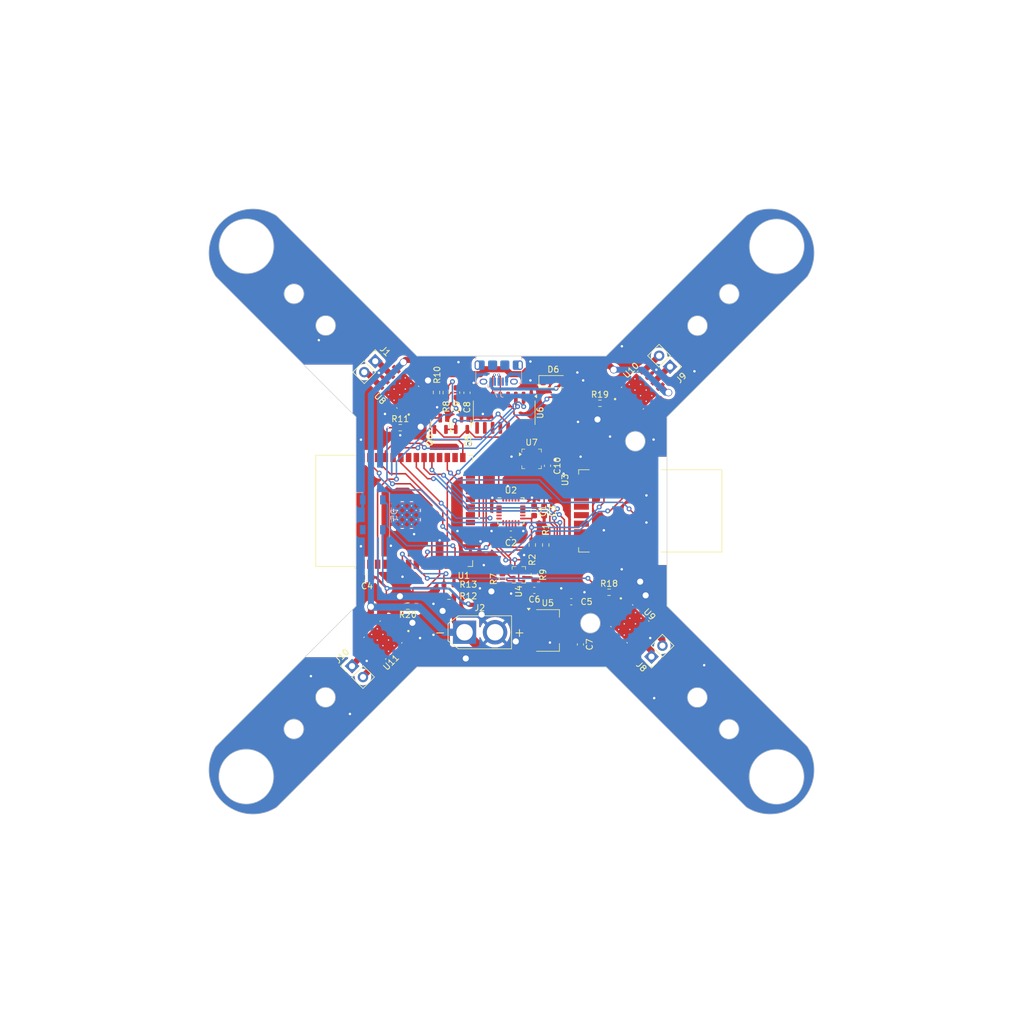
<source format=kicad_pcb>
(kicad_pcb (version 20240108) (generator "pcbnew") (generator_version "8.0")
  (layers (0 "F.Cu" signal) (31 "B.Cu" signal) (34 "B.Paste" user) (35 "F.Paste" user) (36 "B.SilkS" user "B.Silkscreen") (37 "F.SilkS" user "F.Silkscreen") (38 "B.Mask" user) (39 "F.Mask" user) (44 "Edge.Cuts" user))
  (net 0 "")
  (net 1 "Net-(U2-REGOUT)")
  (net 2 "Net-(U2-CPOUT)")
  (net 3 "Net-(D5-DIN)")
  (net 5 "ESP32_EN")
  (net 6 "Net-(U4-CSB)")
  (net 8 "Net-(U4-SDO)")
  (net 15 "ESP_RX")
  (net 18 "ESP_TX")
  (net 26 "GND")
  (net 27 "MISO")
  (net 28 "SCK")
  (net 30 "VCC")
  (net 31 "MOSI")
  (net 32 "MPU_IRQ")
  (net 33 "DW_RST")
  (net 34 "SS")
  (net 35 "SDA")
  (net 36 "SCL")
  (net 37 "DW_IRQ")
  (net 40 "MOTOR_4")
  (net 41 "MOTOR_1")
  (net 42 "MOTOR_2")
  (net 43 "MOTOR_3")
  (net 59 "WS_IN")
  (net 62 "BAT+")
  (net 66 "BAT_LEVEL")
  (net 68 "D-")
  (net 69 "D+")
  (net 70 "Net-(Q5-S)")
  (net 71 "Net-(Q5-G)")
  (net 72 "ESP32_IO0")
  (net 75 "unconnected-(U6-~{RI}-Pad11)")
  (net 80 "Net-(D6-A)")
  (net 81 "Net-(U7-CAP)")
  (net 91 "Net-(J1-Pin_1)")
  (net 92 "Net-(J1-Pin_2)")
  (net 93 "Net-(J8-Pin_1)")
  (net 94 "Net-(J8-Pin_2)")
  (net 95 "Net-(J9-Pin_2)")
  (net 96 "Net-(J9-Pin_1)")
  (net 97 "Net-(J10-Pin_2)")
  (net 98 "Net-(J10-Pin_1)")
  (net 99 "Net-(U8-IN1)")
  (net 100 "Net-(U9-IN1)")
  (net 101 "Net-(U10-IN1)")
  (net 102 "Net-(U11-IN1)")
  (footprint "Resistor_SMD:R_0603_1608Metric" (layer "F.Cu") (at 106.115 105.988 -90)
    (property "Reference" "R1")
    (property "Value" "R_Small" (hide yes))
  )
  (footprint "Resistor_SMD:R_0603_1608Metric" (layer "F.Cu") (at 88.2 80.975 90)
    (property "Reference" "R10")
    (property "Value" "10K" (hide yes))
  )
  (footprint "Connector_PinHeader_2.54mm:PinHeader_1x02_P2.54mm_Vertical" (layer "F.Cu") (at 74.348439 125.848439 45)
    (property "Reference" "J10")
    (property "Value" "Conn_01x02")
  )
  (footprint "Resistor_SMD:R_0603_1608Metric" (layer "F.Cu") (at 116.5 113.75)
    (property "Reference" "R18")
    (property "Value" "R_Small")
  )
  (footprint "Package_TO_SOT_SMD:SOT-223-3_TabPin2" (layer "F.Cu") (at 106.45 120)
    (property "Reference" "U5")
    (property "Value" "LM1117MP-3.3")
  )
  (footprint "Capacitor_SMD:C_0603_1608Metric" (layer "F.Cu") (at 76.8 111.3 180)
    (property "Reference" "C4")
    (property "Value" "C")
  )
  (footprint "RF_Module:DWM1000" (layer "F.Cu") (at 123.26 100.4 -90)
    (property "Reference" "U3")
    (property "Value" "DWM1000" (hide yes))
  )
  (footprint "Capacitor_SMD:C_0603_1608Metric" (layer "F.Cu") (at 93.2 81.025 90)
    (property "Reference" "C8")
    (property "Value" "C")
  )
  (footprint "DRV8231:IC_DRV8231DDAR" (layer "F.Cu") (at 121.661522 80.580761 45)
    (property "Reference" "U10")
    (property "Value" "DRV8231DDAR")
  )
  (footprint "Resistor_SMD:R_0603_1608Metric" (layer "F.Cu") (at 104.24 110.885 -90)
    (property "Reference" "R9")
    (property "Value" "10K" (hide yes))
  )
  (footprint "Sensor_Motion:InvenSense_QFN-24_4x4mm_P0.5mm" (layer "F.Cu") (at 100.4 100.4)
    (property "Reference" "U2")
    (property "Value" "MPU-6050" (hide yes))
  )
  (footprint "Capacitor_SMD:C_0603_1608Metric" (layer "F.Cu") (at 91.5 81 90)
    (property "Reference" "C9")
    (property "Value" "C")
  )
  (footprint "Connector_PinHeader_2.54mm:PinHeader_1x02_P2.54mm_Vertical" (layer "F.Cu") (at 78.151562 75.848439 -45)
    (property "Reference" "J1")
    (property "Value" "Conn_01x02")
  )
  (footprint "Resistor_SMD:R_0603_1608Metric" (layer "F.Cu") (at 103.91 105.988 -90)
    (property "Reference" "R2")
    (property "Value" "R_Small" (hide yes))
  )
  (footprint "DRV8231:IC_DRV8231DDAR" (layer "F.Cu") (at 79.411522 121.580761 -135)
    (property "Reference" "U11")
    (property "Value" "DRV8231DDAR")
  )
  (footprint "Capacitor_SMD:C_0603_1608Metric" (layer "F.Cu") (at 104.21 100.4 -90)
    (property "Reference" "C1")
    (property "Value" "C")
  )
  (footprint "Resistor_SMD:R_0603_1608Metric" (layer "F.Cu") (at 82.25 86.75)
    (property "Reference" "R11")
    (property "Value" "R_Small")
  )
  (footprint "Connector_PinHeader_2.54mm:PinHeader_1x02_P2.54mm_Vertical" (layer "F.Cu") (at 126.5 76.75 -135)
    (property "Reference" "J9")
    (property "Value" "Conn_01x02")
  )
  (footprint "Package_LGA:Bosch_LGA-8_2x2.5mm_P0.65mm_ClockwisePinNumbering" (layer "F.Cu") (at 101.7 110.885 90)
    (property "Reference" "U4")
    (property "Value" "BMP280" (hide yes))
  )
  (footprint "Capacitor_SMD:C_0603_1608Metric" (layer "F.Cu") (at 100.4 104.21 180)
    (property "Reference" "C2")
    (property "Value" "C")
  )
  (footprint "Package_SO:SOIC-16_3.9x9.9mm_P1.27mm" (layer "F.Cu") (at 99.3 84.3 -90)
    (property "Reference" "U6")
    (property "Value" "CH340C")
  )
  (footprint "RF_Module:ESP32-WROOM-32" (layer "F.Cu") (at 84.252071 100.4 90)
    (property "Reference" "U1")
    (property "Value" "ESP32-WROOM-32" (hide yes))
  )
  (footprint "Resistor_SMD:R_0603_1608Metric" (layer "F.Cu") (at 89.8 81 90)
    (property "Reference" "R8")
    (property "Value" "10K" (hide yes))
  )
  (footprint "Capacitor_SMD:C_0603_1608Metric" (layer "F.Cu") (at 106.4 93 -90)
    (property "Reference" "C10")
    (property "Value" "C")
  )
  (footprint "Resistor_SMD:R_0603_1608Metric" (layer "F.Cu") (at 90.24 114.37 180)
    (property "Reference" "R12")
    (property "Value" "100K" (hide yes))
  )
  (footprint "Connector_AMASS:AMASS_XT30U-F_1x02_P5.0mm_Vertical" (layer "F.Cu") (at 92.8 120.3)
    (property "Reference" "J2")
    (property "Value" "Conn_01x02")
  )
  (footprint "Resistor_SMD:R_0603_1608Metric" (layer "F.Cu") (at 90.24 112.465)
    (property "Reference" "R13")
    (property "Value" "100K" (hide yes))
  )
  (footprint "Resistor_SMD:R_0603_1608Metric" (layer "F.Cu") (at 115 82.75)
    (property "Reference" "R19")
    (property "Value" "R_Small")
  )
  (footprint "Resistor_SMD:R_0603_1608Metric" (layer "F.Cu") (at 99.003 111.576 90)
    (property "Reference" "R7")
    (property "Value" "10K" (hide yes))
  )
  (footprint "Resistor_SMD:R_0603_1608Metric" (layer "F.Cu") (at 83.5 116 180)
    (property "Reference" "R20")
    (property "Value" "R_Small")
  )
  (footprint "Capacitor_SMD:C_0603_1608Metric" (layer "F.Cu") (at 105.848911 100.411935 -90)
    (property "Reference" "C3")
    (property "Value" "C")
  )
  (footprint "Connector_PinHeader_2.54mm:PinHeader_1x02_P2.54mm_Vertical" (layer "F.Cu") (at 123.453949 124.296051 135)
    (property "Reference" "J8")
    (property "Value" "Conn_01x02")
  )
  (footprint "Package_TO_SOT_SMD:SOT-23" (layer "F.Cu") (at 92.3 86.1 90)
    (property "Reference" "Q5")
    (property "Value" "BSS138")
  )
  (footprint "Capacitor_SMD:C_0603_1608Metric" (layer "F.Cu") (at 111.8 122.3 90)
    (property "Reference" "C7")
    (property "Value" "C")
  )
  (footprint "Capacitor_SMD:C_0603_1608Metric" (layer "F.Cu") (at 104.24 113.425)
    (property "Reference" "C6")
    (property "Value" "C" (hide yes))
  )
  (footprint "DRV8231:IC_DRV8231DDAR" (layer "F.Cu") (at 119.911522 118.919239 -45)
    (property "Reference" "U9")
    (property "Value" "DRV8231DDAR")
  )
  (footprint "Package_TO_SOT_SMD:SOT-23" (layer "F.Cu") (at 88.8 86.1 90)
    (property "Reference" "Q6")
    (property "Value" "BSS138")
  )
  (footprint "Capacitor_SMD:C_0603_1608Metric" (layer "F.Cu") (at 110.3 115.3)
    (property "Reference" "C5")
    (property "Value" "C")
  )
  (footprint "Diode_SMD:D_SOD-123" (layer "F.Cu") (at 107.35 79.2)
    (property "Reference" "D6")
    (property "Value" "1N4148W")
  )
  (footprint "Package_LGA:LGA-16_3x3mm_P0.5mm" (layer "F.Cu") (at 103.791 91.87)
    (property "Reference" "U7")
    (property "Value" "MMC5883MA")
  )
  (footprint "DRV8231:IC_DRV8231DDAR" (layer "F.Cu") (at 82.161522 80.419239 135)
    (property "Reference" "U8")
    (property "Value" "DRV8231DDAR")
  )
  (footprint "LED_SMD:LED_WS2812B_PLCC4_5.0x5.0mm_P3.2mm" (layer "B.Cu") (at 77.734338 101.035248 90)
    (property "Reference" "D5")
    (property "Value" "WS2812B" (hide yes))
  )
  (footprint "Connector_USB:USB_Micro-B_Amphenol_10118194_Horizontal" (layer "B.Cu") (at 98.4 77.8)
    (property "Reference" "J7")
    (property "Value" "USB_B_Micro")
  )
  (gr_circle (center 113.43 118.815) (end 115.03 118.815) (stroke (width 0.1)) (fill none) (layer "Edge.Cuts"))
  (gr_circle (center 144 57.027865) (end 148 59.027865) (stroke (width 0.1)) (fill none) (layer "Edge.Cuts"))
  (gr_circle (center 130.972135 131) (end 130.972135 132.6) (stroke (width 0.1)) (fill none) (layer "Edge.Cuts"))
  (gr_circle (center 120.8 88.97) (end 122.4 88.97) (stroke (width 0.1)) (fill none) (layer "Edge.Cuts"))
  (gr_arc (start 52 62) (mid 52.97966 52.97966) (end 62 52) (stroke (width 0.1)) (layer "Edge.Cuts"))
  (gr_line (start 116 75) (end 85 75) (stroke (width 0.1)) (layer "Edge.Cuts"))
  (gr_circle (center 70.027865 70) (end 70.027865 68.4) (stroke (width 0.1)) (fill none) (layer "Edge.Cuts"))
  (gr_circle (center 143.972135 144) (end 141.972135 148) (stroke (width 0.1)) (fill none) (layer "Edge.Cuts"))
  (gr_circle (center 136.172135 136.2) (end 136.172135 137.8) (stroke (width 0.1)) (fill none) (layer "Edge.Cuts"))
  (gr_arc (start 139 52) (mid 148.02034 52.97966) (end 149 62) (stroke (width 0.1)) (layer "Edge.Cuts"))
  (gr_line (start 126 85) (end 149 62) (stroke (width 0.1)) (layer "Edge.Cuts"))
  (gr_line (start 126 116) (end 149 139) (stroke (width 0.1)) (layer "Edge.Cuts"))
  (gr_line (start 75 85) (end 75 116) (stroke (width 0.1)) (layer "Edge.Cuts"))
  (gr_circle (center 136.2 64.827865) (end 137.8 64.827865) (stroke (width 0.1)) (fill none) (layer "Edge.Cuts"))
  (gr_line (start 116 75) (end 139 52) (stroke (width 0.1)) (layer "Edge.Cuts"))
  (gr_circle (center 57 143.972135) (end 53 141.972135) (stroke (width 0.1)) (fill none) (layer "Edge.Cuts"))
  (gr_line (start 75 116) (end 52 139) (stroke (width 0.1)) (layer "Edge.Cuts"))
  (gr_circle (center 64.827865 64.8) (end 64.827865 63.2) (stroke (width 0.1)) (fill none) (layer "Edge.Cuts"))
  (gr_arc (start 149 139) (mid 148.02034 148.02034) (end 139 149) (stroke (width 0.1)) (layer "Edge.Cuts"))
  (gr_arc (start 62 149) (mid 52.97966 148.02034) (end 52 139) (stroke (width 0.1)) (layer "Edge.Cuts"))
  (gr_line (start 85 126) (end 116 126) (stroke (width 0.1)) (layer "Edge.Cuts"))
  (gr_line (start 126 116) (end 126 85) (stroke (width 0.1)) (layer "Edge.Cuts"))
  (gr_line (start 85 126) (end 62 149) (stroke (width 0.1)) (layer "Edge.Cuts"))
  (gr_circle (center 64.8 136.172135) (end 63.2 136.172135) (stroke (width 0.1)) (fill none) (layer "Edge.Cuts"))
  (gr_line (start 85 75) (end 62 52) (stroke (width 0.1)) (layer "Edge.Cuts"))
  (gr_line (start 116 126) (end 139 149) (stroke (width 0.1)) (layer "Edge.Cuts"))
  (gr_line (start 75 85) (end 52 62) (stroke (width 0.1)) (layer "Edge.Cuts"))
  (gr_circle (center 57.027865 57) (end 59.027865 53) (stroke (width 0.1)) (fill none) (layer "Edge.Cuts"))
  (gr_circle (center 70 130.972135) (end 68.4 130.972135) (stroke (width 0.1)) (fill none) (layer "Edge.Cuts"))
  (gr_circle (center 131 70.027865) (end 132.6 70.027865) (stroke (width 0.1)) (fill none) (layer "Edge.Cuts"))
  (segment (start 100.65 103.2662) (end 100.65 102.35) (width 0.25) (layer "F.Cu") (net 1))
  (segment (start 101.175 104.21) (end 101.175 103.7912) (width 0.25) (layer "F.Cu") (net 1))
  (segment (start 101.175 103.7912) (end 100.65 103.2662) (width 0.25) (layer "F.Cu") (net 1))
  (segment (start 104.8196 97.225) (end 101.8478 97.225) (width 0.25) (layer "F.Cu") (net 2))
  (segment (start 105.848911 98.254311) (end 104.8196 97.225) (width 0.25) (layer "F.Cu") (net 2))
  (segment (start 101.8478 97.261515) (end 101.15 97.959315) (width 0.25) (layer "F.Cu") (net 2))
  (segment (start 101.15 97.959315) (end 101.15 98.45) (width 0.25) (layer "F.Cu") (net 2))
  (segment (start 105.848911 99.636935) (end 105.848911 98.254311) (width 0.25) (layer "F.Cu") (net 2))
  (segment (start 101.8478 97.225) (end 101.8478 97.261515) (width 0.25) (layer "F.Cu") (net 2))
  (segment (start 91.242071 106.482071) (end 91.242071 109.15) (width 0.25) (layer "F.Cu") (net 3))
  (segment (start 90.875 106.115) (end 91.242071 106.482071) (width 0.25) (layer "F.Cu") (net 3))
  (via (at 90.875 106.115) (size 0.8) (drill 0.4) (layers "F.Cu" "B.Cu") (net 3))
  (segment (start 80.159338 102.94) (end 83.334338 106.115) (width 0.25) (layer "B.Cu") (net 3))
  (segment (start 83.334338 106.115) (end 90.875 106.115) (width 0.25) (layer "B.Cu") (net 3))
  (segment (start 80.159338 99.360248) (end 80.159338 102.94) (width 0.25) (layer "B.Cu") (net 3))
  (segment (start 79.384338 98.585248) (end 80.159338 99.360248) (width 0.25) (layer "B.Cu") (net 3))
  (segment (start 89.8 80.175) (end 89.844954 80.175) (width 0.25) (layer "F.Cu") (net 5))
  (segment (start 80.203168 95.196832) (end 78.542071 96.857929) (width 0.25) (layer "F.Cu") (net 5))
  (segment (start 92.3 85.1625) (end 92.3 84.5) (width 0.25) (layer "F.Cu") (net 5))
  (segment (start 78.542071 96.857929) (end 78.542071 109.15) (width 0.25) (layer "F.Cu") (net 5))
  (segment (start 81.629566 95.196832) (end 80.203168 95.196832) (width 0.25) (layer "F.Cu") (net 5))
  (segment (start 89.844954 80.175) (end 90.813814 79.20614) (width 0.25) (layer "F.Cu") (net 5))
  (segment (start 91.4 81.875) (end 91.5 81.775) (width 0.25) (layer "F.Cu") (net 5))
  (segment (start 91.4 83.6) (end 91.4 81.875) (width 0.25) (layer "F.Cu") (net 5))
  (segment (start 92.3 84.5) (end 91.4 83.6) (width 0.25) (layer "F.Cu") (net 5))
  (via (at 81.629566 95.196832) (size 0.8) (drill 0.4) (layers "F.Cu" "B.Cu") (net 5))
  (via (at 90.813814 79.20614) (size 0.8) (drill 0.4) (layers "F.Cu" "B.Cu") (net 5))
  (via (at 91.4 83.6) (size 0.8) (drill 0.4) (layers "F.Cu" "B.Cu") (net 5))
  (segment (start 89.3265 84.633) (end 90.367 84.633) (width 0.25) (layer "B.Cu") (net 5))
  (segment (start 81.629566 95.196832) (end 81.629566 92.329934) (width 0.25) (layer "B.Cu") (net 5))
  (segment (start 90.813814 83.013814) (end 91.4 83.6) (width 0.25) (layer "B.Cu") (net 5))
  (segment (start 90.367 84.633) (end 91.4 83.6) (width 0.25) (layer "B.Cu") (net 5))
  (segment (start 90.813814 79.20614) (end 90.813814 83.013814) (width 0.25) (layer "B.Cu") (net 5))
  (segment (start 81.629566 92.329934) (end 89.3265 84.633) (width 0.25) (layer "B.Cu") (net 5))
  (segment (start 99.851 110.751) (end 100.31 111.21) (width 0.25) (layer "F.Cu") (net 6))
  (segment (start 99.003 110.751) (end 99.851 110.751) (width 0.25) (layer "F.Cu") (net 6))
  (segment (start 100.9 111.21) (end 100.31 111.21) (width 0.25) (layer "F.Cu") (net 6))
  (segment (start 102.5 109.91) (end 104.09 109.91) (width 0.25) (layer "F.Cu") (net 8))
  (segment (start 104.09 109.91) (end 104.24 110.06) (width 0.25) (layer "F.Cu") (net 8))
  (segment (start 81.082071 90.65) (end 81.082071 91.65) (width 0.25) (layer "F.Cu") (net 15))
  (segment (start 81.682071 90.05) (end 81.082071 90.65) (width 0.25) (layer "F.Cu") (net 15))
  (segment (start 85.142403 90.05) (end 81.682071 90.05) (width 0.25) (layer "F.Cu") (net 15))
  (segment (start 102.475 83.279185) (end 102.475 81.825) (width 0.25) (layer "F.Cu") (net 15))
  (segment (start 102.498175 83.30236) (end 102.475 83.279185) (width 0.25) (layer "F.Cu") (net 15))
  (via (at 85.142403 90.05) (size 0.8) (drill 0.4) (layers "F.Cu" "B.Cu") (net 15))
  (via (at 102.498175 83.30236) (size 0.8) (drill 0.4) (layers "F.Cu" "B.Cu") (net 15))
  (segment (start 100.773244 82.990146) (end 100.773244 83.379055) (width 0.25) (layer "B.Cu") (net 15))
  (segment (start 100.773244 83.379055) (end 95.477299 88.675) (width 0.25) (layer "B.Cu") (net 15))
  (segment (start 85.142403 89.932292) (end 85.142403 90.05) (width 0.25) (layer "B.Cu") (net 15))
  (segment (start 102.223244 83.027429) (end 102.223244 82.990146) (width 0.25) (layer "B.Cu") (net 15))
  (segment (start 101.798549 82.565451) (end 101.197939 82.565451) (width 0.25) (layer "B.Cu") (net 15))
  (segment (start 102.498175 83.30236) (end 102.223244 83.027429) (width 0.25) (layer "B.Cu") (net 15))
  (segment (start 102.223244 82.990146) (end 101.798549 82.565451) (width 0.25) (layer "B.Cu") (net 15))
  (segment (start 95.477299 88.675) (end 87.200305 88.675) (width 0.25) (layer "B.Cu") (net 15))
  (segment (start 86.499695 88.575) (end 85.142403 89.932292) (width 0.25) (layer "B.Cu") (net 15))
  (segment (start 101.197939 82.565451) (end 100.773244 82.990146) (width 0.25) (layer "B.Cu") (net 15))
  (segment (start 87.200305 88.675) (end 87.100305 88.575) (width 0.25) (layer "B.Cu") (net 15))
  (segment (start 87.100305 88.575) (end 86.499695 88.575) (width 0.25) (layer "B.Cu") (net 15))
  (segment (start 101.205 81.825) (end 101.205 82.997207) (width 0.25) (layer "F.Cu") (net 18))
  (segment (start 85.525 89.325) (end 81.137071 89.325) (width 0.25) (layer "F.Cu") (net 18))
  (segment (start 79.812071 90.65) (end 79.812071 91.65) (width 0.25) (layer "F.Cu") (net 18))
  (segment (start 101.205 82.997207) (end 101.498244 83.290451) (width 0.25) (layer "F.Cu") (net 18))
  (segment (start 81.137071 89.325) (end 79.812071 90.65) (width 0.25) (layer "F.Cu") (net 18))
  (segment (start 86.2 90) (end 85.525 89.325) (width 0.25) (layer "F.Cu") (net 18))
  (via (at 86.2 90) (size 0.8) (drill 0.4) (layers "F.Cu" "B.Cu") (net 18))
  (via (at 101.498244 83.290451) (size 0.8) (drill 0.4) (layers "F.Cu" "B.Cu") (net 18))
  (segment (start 86.325 90.125) (end 94.663695 90.125) (width 0.25) (layer "B.Cu") (net 18))
  (segment (start 94.663695 90.125) (end 101.498244 83.290451) (width 0.25) (layer "B.Cu") (net 18))
  (segment (start 86.2 90) (end 86.325 90.125) (width 0.25) (layer "B.Cu") (net 18))
  (segment (start 105.066 92.62) (end 105.245 92.62) (width 0.25) (layer "F.Cu") (net 26))
  (segment (start 99.879462 111.86) (end 99.595462 111.576) (width 0.25) (layer "F.Cu") (net 26))
  (segment (start 102.5 111.21) (end 103.74 111.21) (width 0.25) (layer "F.Cu") (net 26))
  (segment (start 105.066 91.62) (end 105.745948 91.62) (width 0.25) (layer "F.Cu") (net 26))
  (segment (start 101.15 102.35) (end 101.15 102.928) (width 0.25) (layer "F.Cu") (net 26))
  (segment (start 105.245 92.62) (end 106.4 93.775) (width 0.25) (layer "F.Cu") (net 26))
  (segment (start 102.938454 99.15) (end 103.857884 98.23057) (width 0.25) (layer "F.Cu") (net 26))
  (segment (start 101.924 103.702) (end 102.432 103.702) (width 0.25) (layer "F.Cu") (net 26))
  (segment (start 111.9638 105.3) (end 110.507 105.3) (width 0.25) (layer "F.Cu") (net 26))
  (segment (start 101.15 102.928) (end 101.924 103.702) (width 0.25) (layer "F.Cu") (net 26))
  (segment (start 98.261 99.15) (end 97.352 98.241) (width 0.25) (layer "F.Cu") (net 26))
  (segment (start 99.625 104.21) (end 100.15 103.685) (width 0.25) (layer "F.Cu") (net 26))
  (segment (start 103.74 111.21) (end 104.24 111.71) (width 0.25) (layer "F.Cu") (net 26))
  (segment (start 105.771935 101.186935) (end 104.21 99.625) (width 0.25) (layer "F.Cu") (net 26))
  (segment (start 105.745948 91.62) (end 106.165948 91.2) (width 0.25) (layer "F.Cu") (net 26))
  (segment (start 110.507 105.3) (end 110.052 104.845) (width 0.25) (layer "F.Cu") (net 26))
  (segment (start 99.595462 111.576) (end 97.987 111.576) (width 0.25) (layer "F.Cu") (net 26))
  (segment (start 105.848911 101.186935) (end 105.771935 101.186935) (width 0.25) (layer "F.Cu") (net 26))
  (segment (start 100.9 111.86) (end 99.879462 111.86) (width 0.25) (layer "F.Cu") (net 26))
  (segment (start 98.45 99.15) (end 98.261 99.15) (width 0.25) (layer "F.Cu") (net 26))
  (segment (start 106.165948 91.2) (end 106.6 91.2) (width 0.25) (layer "F.Cu") (net 26))
  (segment (start 100.15 103.685) (end 100.15 102.35) (width 0.25) (layer "F.Cu") (net 26))
  (segment (start 102.35 99.15) (end 102.938454 99.15) (width 0.25) (layer "F.Cu") (net 26))
  (via (at 89.2 116.8) (size 1.2) (drill 1) (layers "F.Cu" "B.Cu") (net 26))
  (via (at 112.465 113.735) (size 0.8) (drill 0.4) (layers "F.Cu" "B.Cu") (net 26))
  (via (at 95.410879 105.399159) (size 0.8) (drill 0.4) (layers "F.Cu" "B.Cu") (net 26))
  (via (at 75.8 88.716) (size 0.8) (drill 0.4) (layers "F.Cu" "B.Cu") (net 26))
  (via (at 118.6 73.4) (size 0.8) (drill 0.4) (layers "F.Cu" "B.Cu") (net 26))
  (via (at 88.716 105.226) (size 0.8) (drill 0.4) (layers "F.Cu" "B.Cu") (net 26))
  (via (at 97.225 103.702) (size 0.8) (drill 0.4) (layers "F.Cu" "B.Cu") (net 26))
  (via (at 123.8 88.7) (size 0.8) (drill 0.4) (layers "F.Cu" "B.Cu") (net 26))
  (via (at 109.036 94.304) (size 0.8) (drill 0.4) (layers "F.Cu" "B.Cu") (net 26))
  (via (at 76.75 125) (size 0.8) (drill 0.4) (layers "F.Cu" "B.Cu") (net 26))
  (via (at 100.431644 113.958615) (size 0.8) (drill 0.4) (layers "F.Cu" "B.Cu") (net 26))
  (via (at 68.9 72.4) (size 0.8) (drill 0.4) (layers "F.Cu" "B.Cu") (net 26))
  (via (at 85.6 86.6) (size 1.2) (drill 1) (layers "F.Cu" "B.Cu") (net 26))
  (via (at 91.637 103.702) (size 0.8) (drill 0.4) (layers "F.Cu" "B.Cu") (net 26))
  (via (at 124.25 77.25) (size 0.8) (drill 0.4) (layers "F.Cu" "B.Cu") (net 26))
  (via (at 95.8 84.5) (size 0.8) (drill 0.4) (layers "F.Cu" "B.Cu") (net 26))
  (via (at 122.625 102.305) (size 0.8) (drill 0.4) (layers "F.Cu" "B.Cu") (net 26))
  (via (at 67.6 127.5) (size 0.8) (drill 0.4) (layers "F.Cu" "B.Cu") (net 26))
  (via (at 74 133.7) (size 0.8) (drill 0.4) (layers "F.Cu" "B.Cu") (net 26))
  (via (at 93.6 89.4) (size 0.8) (drill 0.4) (layers "F.Cu" "B.Cu") (net 26))
  (via (at 87.7 120.72) (size 0.8) (drill 0.4) (layers "F.Cu" "B.Cu") (net 26))
  (via (at 86.8 79) (size 1.2) (drill 1) (layers "F.Cu" "B.Cu") (net 26))
  (via (at 91.8 76) (size 0.8) (drill 0.4) (layers "F.Cu" "B.Cu") (net 26))
  (via (at 100.5 91.5) (size 0.8) (drill 0.4) (layers "F.Cu" "B.Cu") (net 26))
  (via (at 118.575 109.975) (size 0.8) (drill 0.4) (layers "F.Cu" "B.Cu") (net 26))
  (via (at 103.6 75.9) (size 0.8) (drill 0.4) (layers "F.Cu" "B.Cu") (net 26))
  (via (at 78.75 77.75) (size 0.8) (drill 0.4) (layers "F.Cu" "B.Cu") (net 26))
  (via (at 82.25 88) (size 0.8) (drill 0.4) (layers "F.Cu" "B.Cu") (net 26))
  (via (at 122.5 114.25) (size 1.2) (drill 1) (layers "F.Cu" "B.Cu") (net 26))
  (via (at 102.432 103.702) (size 0.8) (drill 0.4) (layers "F.Cu" "B.Cu") (net 26))
  (via (at 132.1 125.7) (size 0.8) (drill 0.4) (layers "F.Cu" "B.Cu") (net 26))
  (via (at 111.83 91.51) (size 0.8) (drill 0.4) (layers "F.Cu" "B.Cu") (net 26))
  (via (at 95.6 117.4) (size 1.2) (drill 1) (layers "F.Cu" "B.Cu") (net 26))
  (via (at 111.3 77.7) (size 0.8) (drill 0.4) (layers "F.Cu" "B.Cu") (net 26))
  (via (at 106.8 121.99) (size 0.8) (drill 0.4) (layers "F.Cu" "B.Cu") (net 26))
  (via (at 111.4 85.8) (size 0.8) (drill 0.4) (layers "F.Cu" "B.Cu") (net 26))
  (via (at 84.25 118.75) (size 1.2) (drill 1) (layers "F.Cu" "B.Cu") (net 26))
  (via (at 103.6 79) (size 0.8) (drill 0.4) (layers "F.Cu" "B.Cu") (net 26))
  (via (at 102.559 107.639) (size 0.8) (drill 0.4) (layers "F.Cu" "B.Cu") (net 26))
  (via (at 123.25 121.25) (size 0.8) (drill 0.4) (layers "F.Cu" "B.Cu") (net 26))
  (via (at 75.8 106.2) (size 0.8) (drill 0.4) (layers "F.Cu" "B.Cu") (net 26))
  (via (at 79.75 84.5) (size 0.8) (drill 0.4) (layers "F.Cu" "B.Cu") (net 26))
  (via (at 82.62 111.195) (size 0.8) (drill 0.4) (layers "F.Cu" "B.Cu") (net 26))
  (via (at 99.892 96.336) (size 0.8) (drill 0.4) (layers "F.Cu" "B.Cu") (net 26))
  (via (at 114.6 85.4) (size 1.2) (drill 1) (layers "F.Cu" "B.Cu") (net 26))
  (via (at 84.525 104.21) (size 0.8) (drill 0.4) (layers "F.Cu" "B.Cu") (net 26))
  (via (at 80.715 106.115) (size 0.8) (drill 0.4) (layers "F.Cu" "B.Cu") (net 26))
  (via (at 88.3 83.4) (size 0.8) (drill 0.4) (layers "F.Cu" "B.Cu") (net 26))
  (via (at 123.9 131.1) (size 0.8) (drill 0.4) (layers "F.Cu" "B.Cu") (net 26))
  (via (at 95.32 113.1) (size 0.8) (drill 0.4) (layers "F.Cu" "B.Cu") (net 26))
  (via (at 122.625 97.86) (size 0.8) (drill 0.4) (layers "F.Cu" "B.Cu") (net 26))
  (via (at 82.2 114.4) (size 1.2) (drill 1) (layers "F.Cu" "B.Cu") (net 26))
  (via (at 97.2 113.6) (size 1.2) (drill 1) (layers "F.Cu" "B.Cu") (net 26))
  (via (at 95.955 109.29) (size 0.8) (drill 0.4) (layers "F.Cu" "B.Cu") (net 26))
  (via (at 97.352 98.241) (size 0.8) (drill 0.4) (layers "F.Cu" "B.Cu") (net 26))
  (via (at 130.5 77.5) (size 0.8) (drill 0.4) (layers "F.Cu" "B.Cu") (net 26))
  (via (at 116.656 88.208) (size 0.8) (drill 0.4) (layers "F.Cu" "B.Cu") (net 26))
  (via (at 121.6 112) (size 1.2) (drill 1) (layers "F.Cu" "B.Cu") (net 26))
  (via (at 103.857884 98.23057) (size 0.8) (drill 0.4) (layers "F.Cu" "B.Cu") (net 26))
  (via (at 93 124.6) (size 1.2) (drill 1) (layers "F.Cu" "B.Cu") (net 26))
  (via (at 85.5 121.25) (size 0.8) (drill 0.4) (layers "F.Cu" "B.Cu") (net 26))
  (via (at 87.7 115.64) (size 0.8) (drill 0.4) (layers "F.Cu" "B.Cu") (net 26))
  (via (at 107.7 92) (size 0.8) (drill 0.4) (layers "F.Cu" "B.Cu") (net 26))
  (via (at 115.64 103.575) (size 0.8) (drill 0.4) (layers "F.Cu" "B.Cu") (net 26))
  (via (at 112.25 79) (size 0.8) (drill 0.4) (layers "F.Cu" "B.Cu") (net 26))
  (via (at 94.3 79.4) (size 0.8) (drill 0.4) (layers "F.Cu" "B.Cu") (net 26))
  (via (at 108.655 113.1) (size 0.8) (drill 0.4) (layers "F.Cu" "B.Cu") (net 26))
  (via (at 101.2 121.8) (size 1.2) (drill 1) (layers "F.Cu" "B.Cu") (net 26))
  (segment (start 99.7 78.525001) (end 100.225001 78) (width 0.5) (layer "B.Cu") (net 26))
  (segment (start 99.7 79.2) (end 99.7 78.525001) (width 0.5) (layer "B.Cu") (net 26))
  (segment (start 100.225001 78) (end 102.1 78) (width 0.5) (layer "B.Cu") (net 26))
  (segment (start 107.9885 102.880305) (end 107.51508 102.406885) (width 0.25) (layer "F.Cu") (net 27))
  (segment (start 112.081208 109.29) (end 107.9885 105.197292) (width 0.25) (layer "F.Cu") (net 27))
  (segment (start 107.51508 102.406885) (end 107.51508 101.5805) (width 0.25) (layer "F.Cu") (net 27))
  (segment (start 86.7365 95.1185) (end 84.892071 93.274071) (width 0.25) (layer "F.Cu") (net 27))
  (segment (start 87.7 95.1185) (end 86.7365 95.1185) (width 0.25) (layer "F.Cu") (net 27))
  (segment (start 117.0588 106.7) (end 117.0588 107.6172) (width 0.25) (layer "F.Cu") (net 27))
  (segment (start 84.892071 93.274071) (end 84.892071 91.65) (width 0.25) (layer "F.Cu") (net 27))
  (segment (start 107.9885 105.197292) (end 107.9885 102.880305) (width 0.25) (layer "F.Cu") (net 27))
  (segment (start 115.386 109.29) (end 112.081208 109.29) (width 0.25) (layer "F.Cu") (net 27))
  (segment (start 117.0588 107.6172) (end 115.386 109.29) (width 0.25) (layer "F.Cu") (net 27))
  (via (at 87.7 95.1185) (size 0.8) (drill 0.4) (layers "F.Cu" "B.Cu") (net 27))
  (via (at 107.51508 101.5805) (size 0.8) (drill 0.4) (layers "F.Cu" "B.Cu") (net 27))
  (segment (start 106.33458 100.4) (end 107.51508 101.5805) (width 0.25) (layer "B.Cu") (net 27))
  (segment (start 88.1335 95.1185) (end 93.415 100.4) (width 0.25) (layer "B.Cu") (net 27))
  (segment (start 87.7 95.1185) (end 88.1335 95.1185) (width 0.25) (layer "B.Cu") (net 27))
  (segment (start 93.415 100.4) (end 106.33458 100.4) (width 0.25) (layer "B.Cu") (net 27))
  (segment (start 108.013775 100.0565) (end 108.02 100.0565) (width 0.25) (layer "F.Cu") (net 28))
  (segment (start 107.5385 105.383688) (end 107.5385 103.066701) (width 0.25) (layer "F.Cu") (net 28))
  (segment (start 86.156876 93.405181) (end 86.156876 91.655195) (width 0.25) (layer "F.Cu") (net 28))
  (segment (start 86.156876 91.655195) (end 86.162071 91.65) (width 0.25) (layer "F.Cu") (net 28))
  (segment (start 116.8938 109.74) (end 111.894812 109.74) (width 0.25) (layer "F.Cu") (net 28))
  (segment (start 89.195598 94.394) (end 87.145695 94.394) (width 0.25) (layer "F.Cu") (net 28))
  (segment (start 118.4588 106.7) (end 118.4588 108.175) (width 0.25) (layer "F.Cu") (net 28))
  (segment (start 106.79008 102.318281) (end 106.79008 101.280195) (width 0.25) (layer "F.Cu") (net 28))
  (segment (start 111.894812 109.74) (end 107.5385 105.383688) (width 0.25) (layer "F.Cu") (net 28))
  (segment (start 106.79008 101.280195) (end 108.013775 100.0565) (width 0.25) (layer "F.Cu") (net 28))
  (segment (start 89.355299 94.553701) (end 89.195598 94.394) (width 0.25) (layer "F.Cu") (net 28))
  (segment (start 87.145695 94.394) (end 86.156876 93.405181) (width 0.25) (layer "F.Cu") (net 28))
  (segment (start 118.4588 108.175) (end 116.8938 109.74) (width 0.25) (layer "F.Cu") (net 28))
  (segment (start 107.5385 103.066701) (end 106.79008 102.318281) (width 0.25) (layer "F.Cu") (net 28))
  (via (at 89.355299 94.553701) (size 0.8) (drill 0.4) (layers "F.Cu" "B.Cu") (net 28))
  (via (at 108.02 100.0565) (size 0.8) (drill 0.4) (layers "F.Cu" "B.Cu") (net 28))
  (segment (start 93.931598 99.13) (end 107.0935 99.13) (width 0.25) (layer "B.Cu") (net 28))
  (segment (start 107.0935 99.13) (end 108.02 100.0565) (width 0.25) (layer "B.Cu") (net 28))
  (segment (start 89.355299 94.553701) (end 93.931598 99.13) (width 0.25) (layer "B.Cu") (net 28))
  (segment (start 78.28 111.3) (end 80.08 113.1) (width 0.4) (layer "F.Cu") (net 30))
  (segment (start 103.305 113.585) (end 103.465 113.425) (width 0.25) (layer "F.Cu") (net 30))
  (segment (start 102.35 101.65) (end 103.785 101.65) (width 0.25) (layer "F.Cu") (net 30))
  (segment (start 90.625 81) (end 89.8 81.825) (width 0.25) (layer "F.Cu") (net 30))
  (segment (start 115.6588 94.1) (end 115.6588 98.9842) (width 0.25) (layer "F.Cu") (net 30))
  (segment (start 104.18 91.62) (end 104.516 91.284) (width 0.25) (layer "F.Cu") (net 30))
  (segment (start 102.825908 85.475) (end 101.875 85.475) (width 0.25) (layer "F.Cu") (net 30))
  (segment (start 99.851 112.401) (end 100.169 112.719) (width 0.25) (layer "F.Cu") (net 30))
  (segment (start 103.3 120) (end 109.6 120) (width 0.7) (layer "F.Cu") (net 30))
  (segment (start 89 79.25) (end 89 81.8) (width 0.25) (layer "F.Cu") (net 30))
  (segment (start 98.3 115.8) (end 93.575 115.8) (width 0.7) (layer "F.Cu") (net 30))
  (segment (start 100.785604 106.363) (end 102.71 106.363) (width 0.25) (layer "F.Cu") (net 30))
  (segment (start 121.099372 84.789933) (end 114.3919 91.497405) (width 0.25) (layer "F.Cu") (net 30))
  (segment (start 102.71 106.363) (end 103.91 105.163) (width 0.25) (layer "F.Cu") (net 30))
  (segment (start 104.21 101.225) (end 103.785 101.65) (width 0.25) (layer "F.Cu") (net 30))
  (segment (start 77.380684 109.258613) (end 77.272071 109.15) (width 0.4) (layer "F.Cu") (net 30))
  (segment (start 106.115 105.163) (end 106.303208 105.163) (width 0.25) (layer "F.Cu") (net 30))
  (segment (start 103.785 101.65) (end 103.785 103.111) (width 0.25) (layer "F.Cu") (net 30))
  (segment (start 103.745 86.775) (end 103.745 86.394092) (width 0.25) (layer "F.Cu") (net 30))
  (segment (start 100.779604 106.369) (end 100.785604 106.363) (width 0.25) (layer "F.Cu") (net 30))
  (segment (start 93.575 115.8) (end 93.415 115.64) (width 0.7) (layer "F.Cu") (net 30))
  (segment (start 89.775 81.8) (end 89.8 81.825) (width 0.25) (layer "F.Cu") (net 30))
  (segment (start 100.9 84.5) (end 100.9 83.7) (width 0.25) (layer "F.Cu") (net 30))
  (segment (start 99.935 82.735) (end 99.935 81.825) (width 0.25) (layer "F.Cu") (net 30))
  (segment (start 104.21 101.175) (end 104.21 101.225) (width 0.25) (layer "F.Cu") (net 30))
  (segment (start 87.75 79.25) (end 89 79.25) (width 0.25) (layer "F.Cu") (net 30))
  (segment (start 100.5 83.3) (end 100.9 83.7) (width 0.25) (layer "F.Cu") (net 30))
  (segment (start 114.3919 91.6081) (end 110.0838 87.3) (width 0.5) (layer "F.Cu") (net 30))
  (segment (start 99.003 112.401) (end 99.003 115.097) (width 0.25) (layer "F.Cu") (net 30))
  (segment (start 99.003 115.097) (end 98.3 115.8) (width 0.25) (layer "F.Cu") (net 30))
  (segment (start 103.745 86.775) (end 104.541 87.571) (width 0.25) (layer "F.Cu") (net 30))
  (segment (start 106.115 105.163) (end 103.91 105.163) (width 0.25) (layer "F.Cu") (net 30))
  (segment (start 106.915 105.774792) (end 106.915 107.230462) (width 0.25) (layer "F.Cu") (net 30))
  (segment (start 109.525 115.3) (end 109.525 116.5) (width 0.7) (layer "F.Cu") (net 30))
  (segment (start 99.638 106.369) (end 100.779604 106.369) (width 0.25) (layer "F.Cu") (net 30))
  (segment (start 79.973672 118.324534) (end 79.973672 113.206328) (width 0.25) (layer "F.Cu") (net 30))
  (segment (start 99.65 102.35) (end 99.65 103.1566) (width 0.25) (layer "F.Cu") (net 30))
  (segment (start 103.785 105.038) (end 103.91 105.163) (width 0.25) (layer "F.Cu") (net 30))
  (segment (start 114.3919 91.497405) (end 114.3919 91.6081) (width 0.25) (layer "F.Cu") (net 30))
  (segment (start 79.973672 113.206328) (end 80.08 113.1) (width 0.25) (layer "F.Cu") (net 30))
  (segment (start 110.0838 87.3) (end 104.27 87.3) (width 0.5) (layer "F.Cu") (net 30))
  (segment (start 104.516 90.62) (end 104.541 90.595) (width 0.25) (layer "F.Cu") (net 30))
  (segment (start 98.241 103.829) (end 98.241 104.972) (width 0.25) (layer "F.Cu") (net 30))
  (segment (start 106.915 107.230462) (end 105.294462 108.851) (width 0.25) (layer "F.Cu") (net 30))
  (segment (start 85.417749 80.981389) (end 86.126759 80.981389) (width 0.25) (layer "F.Cu") (net 30))
  (segment (start 102.5 120) (end 98.3 115.8) (width 0.7) (layer "F.Cu") (net 30))
  (segment (start 77.272071 109.15) (end 77.272071 110.292071) (width 0.4) (layer "F.Cu") (net 30))
  (segment (start 98.7744 103.2956) (end 98.241 103.829) (width 0.25) (layer "F.Cu") (net 30))
  (segment (start 118.4588 94.1) (end 117.0588 94.1) (width 0.25) (layer "F.Cu") (net 30))
  (segment (start 109.525 116.5) (end 109.525 119.925) (width 0.7) (layer "F.Cu") (net 30))
  (segment (start 101.67 110.56) (end 101.67 111.83) (width 0.25) (layer "F.Cu") (net 30))
  (segment (start 99.003 112.401) (end 99.851 112.401) (width 0.25) (layer "F.Cu") (net 30))
  (segment (start 89 81.8) (end 89.775 81.8) (width 0.25) (layer "F.Cu") (net 30))
  (segment (start 98.241 104.972) (end 99.638 106.369) (width 0.25) (layer "F.Cu") (net 30))
  (segment (start 109.525 119.925) (end 109.6 120) (width 0.7) (layer "F.Cu") (net 30))
  (segment (start 99.511 103.2956) (end 98.7744 103.2956) (width 0.25) (layer "F.Cu") (net 30))
  (segment (start 77.575 110.595) (end 77.575 111.3) (width 0.4) (layer "F.Cu") (net 30))
  (segment (start 102.406 112.719) (end 102.5 112.625) (width 0.25) (layer "F.Cu") (net 30))
  (segment (start 101.7 111.86) (end 102.5 111.86) (width 0.25) (layer "F.Cu") (net 30))
  (segment (start 103.465 113.425) (end 103.3 113.425) (width 0.25) (layer "F.Cu") (net 30))
  (segment (start 92.4 81) (end 90.625 81) (width 0.25) (layer "F.Cu") (net 30))
  (segment (start 99.65 103.1566) (end 99.511 103.2956) (width 0.25) (layer "F.Cu") (net 30))
  (segment (start 101.67 111.83) (end 101.7 111.86) (width 0.25) (layer "F.Cu") (net 30))
  (segment (start 102.5 110.56) (end 101.67 110.56) (width 0.25) (layer "F.Cu") (net 30))
  (segment (start 93.2 82) (end 94.5 83.3) (width 0.25) (layer "F.Cu") (net 30))
  (segment (start 103.3 120) (end 102.5 120) (width 0.7) (layer "F.Cu") (net 30))
  (segment (start 94.5 83.3) (end 100.5 83.3) (width 0.25) (layer "F.Cu") (net 30))
  (segment (start 101.67 109.29) (end 101.67 110.56) (width 0.25) (layer "F.Cu") (net 30))
  (segment (start 103.745 86.394092) (end 102.825908 85.475) (width 0.25) (layer "F.Cu") (net 30))
  (segment (start 86.126759 80.981389) (end 87.75 79.358148) (width 0.25) (layer "F.Cu") (net 30))
  (segment (start 121.099372 83.836988) (end 121.099372 84.789933) (width 0.25) (layer "F.Cu") (net 30))
  (segment (start 77.575 111.3) (end 78.28 111.3) (width 0.4) (layer "F.Cu") (net 30))
  (segment (start 103.3 113.425) (end 102.5 112.625) (width 0.25) (layer "F.Cu") (net 30))
  (segment (start 100.9 83.7) (end 99.935 82.735) (width 0.25) (layer "F.Cu") (net 30))
  (segment (start 102.109 108.851) (end 101.67 109.29) (width 0.25) (layer "F.Cu") (net 30))
  (segment (start 114.798206 116.5) (end 109.525 116.5) (width 0.25) (layer "F.Cu") (net 30))
  (segment (start 87.75 79.358148) (end 87.75 79.25) (width 0.25) (layer "F.Cu") (net 30))
  (segment (start 93.2 81.8) (end 93.2 82) (width 0.25) (layer "F.Cu") (net 30))
  (segment (start 88.2 81.8) (end 89 81.8) (width 0.25) (layer "F.Cu") (net 30))
  (segment (start 104.27 87.3) (end 103.745 86.775) (width 0.5) (layer "F.Cu") (net 30))
  (segment (start 103.785 103.111) (end 103.785 105.038) (width 0.25) (layer "F.Cu") (net 30))
  (segment (start 100.169 112.719) (end 102.406 112.719) (width 0.25) (layer "F.Cu") (net 30))
  (segment (start 102.516 91.62) (end 104.18 91.62) (width 0.25) (layer "F.Cu") (net 30))
  (segment (start 77.272071 110.292071) (end 77.575 110.595) (width 0.4) (layer "F.Cu") (net 30))
  (segment (start 116.655295 118.357089) (end 114.798206 116.5) (width 0.25) (layer "F.Cu") (net 30))
  (segment (start 115.6588 94.1) (end 115.6588 92.875) (width 0.5) (layer "F.Cu") (net 30))
  (segment (start 101.875 85.475) (end 100.9 84.5) (width 0.25) (layer "F.Cu") (net 30))
  (segment (start 102.5 111.86) (end 102.5 112.625) (width 0.25) (layer "F.Cu") (net 30))
  (segment (start 93.2 81.8) (end 92.4 81) (width 0.25) (layer "F.Cu") (net 30))
  (segment (start 104.516 91.284) (end 104.516 90.62) (width 0.25) (layer "F.Cu") (net 30))
  (segment (start 117.0588 94.1) (end 115.6588 94.1) (width 0.25) (layer "F.Cu") (net 30))
  (segment (start 115.6588 92.875) (end 114.3919 91.6081) (width 0.5) (layer "F.Cu") (net 30))
  (segment (start 105.294462 108.851) (end 102.109 108.851) (width 0.25) (layer "F.Cu") (net 30))
  (segment (start 106.303208 105.163) (end 106.915 105.774792) (width 0.25) (layer "F.Cu") (net 30))
  (segment (start 115.6588 98.9842) (end 114.878 99.765) (width 0.25) (layer "F.Cu") (net 30))
  (segment (start 104.541 87.571) (end 104.541 90.595) (width 0.25) (layer "F.Cu") (net 30))
  (via (at 93.415 115.64) (size 0.8) (drill 0.4) (layers "F.Cu" "B.Cu") (net 30))
  (via (at 80.08 113.1) (size 0.8) (drill 0.4) (layers "F.Cu" "B.Cu") (net 30))
  (via (at 103.785 103.111) (size 0.8) (drill 0.4) (layers "F.Cu" "B.Cu") (net 30))
  (via (at 114.878 99.765) (size 0.8) (drill 0.4) (layers "F.Cu" "B.Cu") (net 30))
  (segment (start 79.384338 112.404338) (end 80.08 113.1) (width 0.25) (layer "B.Cu") (net 30))
  (segment (start 114.878 99.765) (end 111.532 103.111) (width 0.25) (layer "B.Cu") (net 30))
  (segment (start 92.78 115.64) (end 90.24 113.1) (width 0.4) (layer "B.Cu") (net 30))
  (segment (start 111.532 103.111) (end 103.785 103.111) (width 0.25) (layer "B.Cu") (net 30))
  (segment (start 90.24 113.1) (end 80.08 113.1) (width 0.4) (layer "B.Cu") (net 30))
  (segment (start 93.415 115.64) (end 92.78 115.64) (width 0.4) (layer "B.Cu") (net 30))
  (segment (start 79.384338 103.485248) (end 79.384338 112.404338) (width 0.25) (layer "B.Cu") (net 30))
  (segment (start 78.8 94.2) (end 77.272071 92.672071) (width 0.25) (layer "F.Cu") (net 31))
  (segment (start 114.947 108.84) (end 112.267604 108.84) (width 0.25) (layer "F.Cu") (net 31))
  (segment (start 115.66 108.127) (end 114.947 108.84) (width 0.25) (layer "F.Cu") (net 31))
  (segment (start 115.66 106.7) (end 115.66 108.127) (width 0.25) (layer "F.Cu") (net 31))
  (segment (start 108.4385 105.010896) (end 108.4385 102.305) (width 0.25) (layer "F.Cu") (net 31))
  (segment (start 112.267604 108.84) (end 108.4385 105.010896) (width 0.25) (layer "F.Cu") (net 31))
  (segment (start 77.272071 92.672071) (end 77.272071 91.65) (width 0.25) (layer "F.Cu") (net 31))
  (via (at 78.8 94.2) (size 0.8) (drill 0.4) (layers "F.Cu" "B.Cu") (net 31))
  (via (at 108.4385 102.305) (size 0.8) (drill 0.4) (layers "F.Cu" "B.Cu") (net 31))
  (segment (start 85.668 96.971) (end 91.002 102.305) (width 0.25) (layer "B.Cu") (net 31))
  (segment (start 91.002 102.305) (end 108.4385 102.305) (width 0.25) (layer "B.Cu") (net 31))
  (segment (start 78.8 94.802) (end 80.969 96.971) (width 0.25) (layer "B.Cu") (net 31))
  (segment (start 78.8 94.2) (end 78.8 94.802) (width 0.25) (layer "B.Cu") (net 31))
  (segment (start 80.969 96.971) (end 85.668 96.971) (width 0.25) (layer "B.Cu") (net 31))
  (segment (start 121.2588 95.7972) (end 121.2588 94.1) (width 0.25) (layer "F.Cu") (net 33))
  (segment (start 86.707571 107.131) (end 86.707571 107.615429) (width 0.25) (layer "F.Cu") (net 33))
  (segment (start 86.707571 107.615429) (end 86.162071 108.160929) (width 0.25) (layer "F.Cu") (net 33))
  (segment (start 86.162071 108.160929) (end 86.162071 109.15) (width 0.25) (layer "F.Cu") (net 33))
  (segment (start 116.275 100.4) (end 116.656 100.4) (width 0.25) (layer "F.Cu") (net 33))
  (segment (start 116.656 100.4) (end 121.2588 95.7972) (width 0.25) (layer "F.Cu") (net 33))
  (via (at 86.707571 107.131) (size 0.8) (drill 0.4) (layers "F.Cu" "B.Cu") (net 33))
  (via (at 116.275 100.4) (size 0.8) (drill 0.4) (layers "F.Cu" "B.Cu") (net 33))
  (segment (start 111.577396 103.702) (end 104.21 103.702) (width 0.25) (layer "B.Cu") (net 33))
  (segment (start 116.185 100.49) (end 114.789396 100.49) (width 0.25) (layer "B.Cu") (net 33))
  (segment (start 114.789396 100.49) (end 111.577396 103.702) (width 0.25) (layer "B.Cu") (net 33))
  (segment (start 104.21 103.702) (end 100.781 107.131) (width 0.25) (layer "B.Cu") (net 33))
  (segment (start 100.781 107.131) (end 86.707571 107.131) (width 0.25) (layer "B.Cu") (net 33))
  (segment (start 116.275 100.4) (end 116.185 100.49) (width 0.25) (layer "B.Cu") (net 33))
  (segment (start 112.454 108.39) (end 114 108.39) (width 0.25) (layer "F.Cu") (net 34))
  (segment (start 87.446 93.669) (end 87.446 91.663929) (width 0.25) (layer "F.Cu") (net 34))
  (segment (start 108.332825 101.005787) (end 109.163 101.835962) (width 0.25) (layer "F.Cu") (net 34))
  (segment (start 114.26 108.13) (end 114.26 106.7) (width 0.25) (layer "F.Cu") (net 34))
  (segment (start 87.446 91.663929) (end 87.432071 91.65) (width 0.25) (layer "F.Cu") (net 34))
  (segment (start 109.163 105.099) (end 112.454 108.39) (width 0.25) (layer "F.Cu") (net 34))
  (segment (start 114 108.39) (end 114.26 108.13) (width 0.25) (layer "F.Cu") (net 34))
  (segment (start 109.163 101.835962) (end 109.163 105.099) (width 0.25) (layer "F.Cu") (net 34))
  (via (at 108.332825 101.005787) (size 0.8) (drill 0.4) (layers "F.Cu" "B.Cu") (net 34))
  (via (at 87.446 93.669) (size 0.8) (drill 0.4) (layers "F.Cu" "B.Cu") (net 34))
  (segment (start 107.352476 100.7815) (end 106.462976 99.892) (width 0.25) (layer "B.Cu") (net 34))
  (segment (start 108.332825 101.005787) (end 108.108538 100.7815) (width 0.25) (layer "B.Cu") (net 34))
  (segment (start 93.669 99.892) (end 87.446 93.669) (width 0.25) (layer "B.Cu") (net 34))
  (segment (start 108.108538 100.7815) (end 107.352476 100.7815) (width 0.25) (layer "B.Cu") (net 34))
  (segment (start 106.462976 99.892) (end 93.669 99.892) (width 0.25) (layer "B.Cu") (net 34))
  (segment (start 103.041 90.241) (end 102.8 90) (width 0.25) (layer "F.Cu") (net 35))
  (segment (start 100.325 110.485) (end 100.325 108.199) (width 0.25) (layer "F.Cu") (net 35))
  (segment (start 100.972 106.813) (end 99.9555 107.8295) (width 0.25) (layer "F.Cu") (net 35))
  (segment (start 96.5005 101.5805) (end 96.336 101.416) (width 0.25) (layer "F.Cu") (net 35))
  (segment (start 96.336 97.734396) (end 96.649396 97.421) (width 0.25) (layer "F.Cu") (net 35))
  (segment (start 95.2 94.4) (end 95.2 101.5805) (width 0.25) (layer "F.Cu") (net 35))
  (segment (start 100.4 110.56) (end 100.325 110.485) (width 0.25) (layer "F.Cu") (net 35))
  (segment (start 98.121 97.421) (end 99.15 98.45) (width 0.25) (layer "F.Cu") (net 35))
  (segment (start 100.9 110.56) (end 100.4 110.56) (width 0.25) (layer "F.Cu") (net 35))
  (segment (start 102.8 90) (end 99.6 90) (width 0.25) (layer "F.Cu") (net 35))
  (segment (start 96.336 101.416) (end 96.336 97.734396) (width 0.25) (layer "F.Cu") (net 35))
  (segment (start 103.041 90.595) (end 103.041 90.241) (width 0.25) (layer "F.Cu") (net 35))
  (segment (start 99.9555 107.8295) (end 96.336 104.21) (width 0.25) (layer "F.Cu") (net 35))
  (segment (start 82.352071 92.512071) (end 88.97 99.13) (width 0.25) (layer "F.Cu") (net 35))
  (segment (start 82.352071 91.65) (end 82.352071 92.512071) (width 0.25) (layer "F.Cu") (net 35))
  (segment (start 96.649396 97.421) (end 98.121 97.421) (width 0.25) (layer "F.Cu") (net 35))
  (segment (start 96.336 104.21) (end 96.336 101.416) (width 0.25) (layer "F.Cu") (net 35))
  (segment (start 103.91 106.813) (end 100.972 106.813) (width 0.25) (layer "F.Cu") (net 35))
  (segment (start 99.6 90) (end 95.2 94.4) (width 0.25) (layer "F.Cu") (net 35))
  (segment (start 100.325 108.199) (end 99.9555 107.8295) (width 0.25) (layer "F.Cu") (net 35))
  (segment (start 96.971 101.5805) (end 96.5005 101.5805) (width 0.25) (layer "F.Cu") (net 35))
  (via (at 95.2 101.5805) (size 0.4) (drill 0.3) (layers "F.Cu" "B.Cu") (net 35))
  (via (at 88.97 99.13) (size 0.8) (drill 0.4) (layers "F.Cu" "B.Cu") (net 35))
  (via (at 96.971 101.5805) (size 0.8) (drill 0.4) (layers "F.Cu" "B.Cu") (net 35))
  (segment (start 91.4205 101.5805) (end 88.97 99.13) (width 0.25) (layer "B.Cu") (net 35))
  (segment (start 95.2 101.5805) (end 91.4205 101.5805) (width 0.25) (layer "B.Cu") (net 35))
  (segment (start 96.971 101.5805) (end 95.2 101.5805) (width 0.25) (layer "B.Cu") (net 35))
  (segment (start 80.588 94.304) (end 81.096 94.304) (width 0.25) (layer "F.Cu") (net 36))
  (segment (start 83.118695 94.304) (end 89.224 100.409305) (width 0.25) (layer "F.Cu") (net 36))
  (segment (start 102.516 91.12) (end 101.991 91.12) (width 0.25) (layer "F.Cu") (net 36))
  (segment (start 95.886 97.548) (end 95.886 104.396396) (width 0.25) (layer "F.Cu") (net 36))
  (segment (start 96.906802 105.417198) (end 99.700802 108.211198) (width 0.25) (layer "F.Cu") (net 36))
  (segment (start 99.700802 108.211198) (end 99.700802 108.300698) (width 0.25) (layer "F.Cu") (net 36))
  (segment (start 99.700802 108.300698) (end 99.551451 108.450049) (width 0.25) (layer "F.Cu") (net 36))
  (segment (start 96.4255 106.4065) (end 96.906802 105.925198) (width 0.25) (layer "F.Cu") (net 36))
  (segment (start 98.4 94.711) (end 98.4 96.971) (width 0.25) (layer "F.Cu") (net 36))
  (segment (start 99.65 98.45) (end 99.65 97.959315) (width 0.25) (layer "F.Cu") (net 36))
  (segment (start 99.65 97.959315) (end 98.661685 96.971) (width 0.25) (layer "F.Cu") (net 36))
  (segment (start 96.336 106.4065) (end 96.4255 106.4065) (width 0.25) (layer "F.Cu") (net 36))
  (segment (start 81.096 94.304) (end 83.118695 94.304) (width 0.25) (layer "F.Cu") (net 36))
  (segment (start 96.463 96.971) (end 95.886 97.548) (width 0.25) (layer "F.Cu") (net 36))
  (segment (start 95.886 104.396396) (end 96.906802 105.417198) (width 0.25) (layer "F.Cu") (net 36))
  (segment (start 101.991 91.12) (end 98.4 94.711) (width 0.25) (layer "F.Cu") (net 36))
  (segment (start 101.0495 108.401) (end 104.527 108.401) (width 0.25) (layer "F.Cu") (net 36))
  (segment (start 98.4 96.971) (end 96.463 96.971) (width 0.25) (layer "F.Cu") (net 36))
  (segment (start 78.542071 91.65) (end 78.542071 92.258071) (width 0.25) (layer "F.Cu") (net 36))
  (segment (start 89.224 100.409305) (end 89.224 102.94) (width 0.25) (layer "F.Cu") (net 36))
  (segment (start 78.542071 92.258071) (end 80.588 94.304) (width 0.25) (layer "F.Cu") (net 36))
  (segment (start 96.906802 105.925198) (end 96.906802 105.417198) (width 0.25) (layer "F.Cu") (net 36))
  (segment (start 98.661685 96.971) (end 98.4 96.971) (width 0.25) (layer "F.Cu") (net 36))
  (segment (start 104.527 108.401) (end 106.115 106.813) (width 0.25) (layer "F.Cu") (net 36))
  (segment (start 101.0495 109.7605) (end 100.9 109.91) (width 0.25) (layer "F.Cu") (net 36))
  (segment (start 101.0495 108.401) (end 101.0495 109.7605) (width 0.25) (layer "F.Cu") (net 36))
  (via (at 96.336 106.4065) (size 0.8) (drill 0.4) (layers "F.Cu" "B.Cu") (net 36))
  (via (at 99.551451 108.450049) (size 0.8) (drill 0.4) (layers "F.Cu" "B.Cu") (net 36))
  (via (at 101.0495 108.401) (size 0.8) (drill 0.4) (layers "F.Cu" "B.Cu") (net 36))
  (via (at 89.224 102.94) (size 0.8) (drill 0.4) (layers "F.Cu" "B.Cu") (net 36))
  (segment (start 96.336 106.4065) (end 96.0615 106.681) (width 0.25) (layer "B.Cu") (net 36))
  (segment (start 92.965 106.681) (end 89.224 102.94) (width 0.25) (layer "B.Cu") (net 36))
  (segment (start 96.0615 106.681) (end 92.965 106.681) (width 0.25) (layer "B.Cu") (net 36))
  (segment (start 101.000451 108.450049) (end 101.0495 108.401) (width 0.25) (layer "B.Cu") (net 36))
  (segment (start 99.551451 108.450049) (end 101.000451 108.450049) (width 0.25) (layer "B.Cu") (net 36))
  (segment (start 90.494 94.177) (end 89.972071 93.655071) (width 0.25) (layer "F.Cu") (net 37))
  (segment (start 121.2588 101.54205) (end 121.2588 106.7) (width 0.25) (layer "F.Cu") (net 37))
  (segment (start 119.783375 100.066625) (end 121.2588 101.54205) (width 0.25) (layer "F.Cu") (net 37))
  (segment (start 89.972071 93.655071) (end 89.972071 91.65) (width 0.25) (layer "F.Cu") (net 37))
  (via (at 90.494 94.177) (size 0.8) (drill 0.4) (layers "F.Cu" "B.Cu") (net 37))
  (via (at 119.783375 100.066625) (size 0.8) (drill 0.4) (layers "F.Cu" "B.Cu") (net 37))
  (segment (start 119.783375 100.066625) (end 118.71975 99.003) (width 0.25) (layer "B.Cu") (net 37))
  (segment (start 91.637 95.32) (end 90.494 94.177) (width 0.25) (layer "B.Cu") (net 37))
  (segment (start 118.71975 99.003) (end 108.782 99.003) (width 0.25) (layer "B.Cu") (net 37))
  (segment (start 105.099 95.32) (end 91.637 95.32) (width 0.25) (layer "B.Cu") (net 37))
  (segment (start 108.782 99.003) (end 105.099 95.32) (width 0.25) (layer "B.Cu") (net 37))
  (segment (start 114.015575 112.090575) (end 115.675 113.75) (width 0.25) (layer "F.Cu") (net 40))
  (segment (start 113.675 112.090575) (end 113.033425 111.449) (width 0.25) (layer "F.Cu") (net 40))
  (segment (start 84.892071 109.657071) (end 86.684 111.449) (width 0.25) (layer "F.Cu") (net 40))
  (segment (start 84.892071 109.15) (end 84.892071 109.657071) (width 0.25) (layer "F.Cu") (net 40))
  (segment (start 113.675 112.090575) (end 114.015575 112.090575) (width 0.25) (layer "F.Cu") (net 40))
  (via (at 113.033425 111.449) (size 0.8) (drill 0.4) (layers "F.Cu" "B.Cu") (net 40))
  (via (at 86.684 111.449) (size 0.8) (drill 0.4) (layers "F.Cu" "B.Cu") (net 40))
  (segment (start 113.033425 111.449) (end 86.684 111.449) (width 0.25) (layer "B.Cu") (net 40))
  (segment (start 87.432071 99.497071) (end 87.432071 109.15) (width 0.25) (layer "F.Cu") (net 41))
  (segment (start 80.973299 95.950701) (end 83.885701 95.950701) (width 0.25) (layer "F.Cu") (net 41))
  (segment (start 80.25 86.75) (end 81.425 86.75) (width 0.25) (layer "F.Cu") (net 41))
  (segment (start 83.885701 95.950701) (end 87.432071 99.497071) (width 0.25) (layer "F.Cu") (net 41))
  (via (at 80.25 86.75) (size 0.35) (drill 0.25) (layers "F.Cu" "B.Cu") (net 41))
  (via (at 80.973299 95.950701) (size 0.8) (drill 0.4) (layers "F.Cu" "B.Cu") (net 41))
  (segment (start 80.08 86.92) (end 80.25 86.75) (width 0.25) (layer "B.Cu") (net 41))
  (segment (start 80.08 87.065) (end 80.08 95.057402) (width 0.25) (layer "B.Cu") (net 41))
  (segment (start 80.08 95.057402) (end 80.973299 95.950701) (width 0.25) (layer "B.Cu") (net 41))
  (segment (start 80.08 87.065) (end 80.08 86.92) (width 0.25) (layer "B.Cu") (net 41))
  (segment (start 88.702071 109.15) (end 88.702071 110.922929) (width 0.25) (layer "F.Cu") (net 42))
  (segment (start 86.65 112.975) (end 84.475 112.975) (width 0.25) (layer "F.Cu") (net 42))
  (segment (start 84.325 113.125) (end 84.475 112.975) (width 0.25) (layer "F.Cu") (net 42))
  (segment (start 84.325 116) (end 84.325 113.125) (width 0.25) (layer "F.Cu") (net 42))
  (segment (start 88.702071 110.922929) (end 86.65 112.975) (width 0.25) (layer "F.Cu") (net 42))
  (segment (start 110.675 82.75) (end 109.675 81.75) (width 0.25) (layer "F.Cu") (net 43))
  (segment (start 89.972071 109.15) (end 89.972071 95.841929) (width 0.25) (layer "F.Cu") (net 43))
  (segment (start 89.972071 95.841929) (end 91.764 94.05) (width 0.25) (layer "F.Cu") (net 43))
  (segment (start 114.175 82.75) (end 110.675 82.75) (width 0.25) (layer "F.Cu") (net 43))
  (segment (start 109.675 81.75) (end 106.6 81.75) (width 0.25) (layer "F.Cu") (net 43))
  (segment (start 106.6 81.75) (end 106.3 82.05) (width 0.25) (layer "F.Cu") (net 43))
  (via (at 106.3 82.05) (size 0.8) (drill 0.4) (layers "F.Cu" "B.Cu") (net 43))
  (via (at 91.764 94.05) (size 0.8) (drill 0.4) (layers "F.Cu" "B.Cu") (net 43))
  (segment (start 101.114 84.7) (end 103.65 84.7) (width 0.25) (layer "B.Cu") (net 43))
  (segment (start 103.65 84.7) (end 106.3 82.05) (width 0.25) (layer "B.Cu") (net 43))
  (segment (start 91.764 94.05) (end 101.114 84.7) (width 0.25) (layer "B.Cu") (net 43))
  (segment (start 102.949275 77.4) (end 106.4 77.4) (width 1) (layer "F.Cu") (net 62))
  (segment (start 76.155295 122.142911) (end 75.943163 121.930779) (width 1) (layer "F.Cu") (net 62))
  (segment (start 99.575 77.175) (end 100.375 77.975) (width 1) (layer "F.Cu") (net 62))
  (segment (start 75.943163 121.930779) (end 75.943163 118.556837) (width 1) (layer "F.Cu") (net 62))
  (segment (start 103.3 122.3) (end 103.3 124.3) (width 1.6) (layer "F.Cu") (net 62))
  (segment (start 81.599372 77.163012) (end 82.756192 76.006192) (width 1) (layer "F.Cu") (net 62))
  (segment (start 107.2 76.6) (end 114.7 76.6) (width 1) (layer "F.Cu") (net 62))
  (segment (start 91.065 114.37) (end 91.065 114.815) (width 0.25) (layer "F.Cu") (net 62))
  (segment (start 116.6 76.6) (end 117.25 77.25) (width 1) (layer "F.Cu") (net 62))
  (segment (start 88.030635 77.975) (end 95.374275 77.975) (width 1) (layer "F.Cu") (net 62))
  (segment (start 103.3 124.3) (end 103.4 124.4) (width 1.6) (layer "F.Cu") (net 62))
  (segment (start 105.7 79.2) (end 105.7 78.1) (width 1) (layer "F.Cu") (net 62))
  (segment (start 77.442492 117.057508) (end 77.442492 116.116558) (width 1) (layer "F.Cu") (net 62))
  (segment (start 82.756192 76.006192) (end 83.119892 75.642492) (width 1) (layer "F.Cu") (net 62))
  (segment (start 105.7 78.1) (end 106.7 77.1) (width 1) (layer "F.Cu") (net 62))
  (segment (start 103.4 124.4) (end 111.8 124.4) (width 1.6) (layer "F.Cu") (net 62))
  (segment (start 106.7 77.1) (end 107.2 76.6) (width 1) (layer "F.Cu") (net 62))
  (segment (start 111.8 123.075) (end 111.8 124.4) (width 1.6) (layer "F.Cu") (net 62))
  (segment (start 106.4 77.4) (end 106.7 77.1) (width 1) (layer "F.Cu") (net 62))
  (segment (start 125.899138 81) (end 124.917749 80.018611) (width 1) (layer "F.Cu") (net 62))
  (segment (start 85.698127 75.642492) (end 88.030635 77.975) (width 1) (layer "F.Cu") (net 62))
  (segment (start 100.375 77.975) (end 102.374275 77.975) (width 1) (layer "F.Cu") (net 62))
  (segment (start 102.374275 77.975) (end 102.949275 77.4) (width 1) (layer "F.Cu") (net 62))
  (segment (start 114.7 76.6) (end 116.6 76.6) (width 1) (layer "F.Cu") (net 62))
  (segment (start 92.8 120.3) (end 91.065 118.565) (width 0.7) (layer "F.Cu") (net 62))
  (segment (start 103.4 124.4) (end 96.9 124.4) (width 1.6) (layer "F.Cu") (net 62))
  (segment (start 96.174275 77.175) (end 99.575 77.175) (width 1) (layer "F.Cu") (net 62))
  (segment (start 75.943163 118.556837) (end 77.442492 117.057508) (width 1) (layer "F.Cu") (net 62))
  (segment (start 126.25 81) (end 125.899138 81) (width 1) (layer "F.Cu") (net 62))
  (segment (start 111.8 124.4) (end 118.249138 124.4) (width 1.6) (layer "F.Cu") (net 62))
  (segment (start 118.249138 124.4) (end 120.311038 122.3381) (width 1.6) (layer "F.Cu") (net 62))
  (segment (start 91.065 118.565) (end 91.065 114.37) (width 0.7) (layer "F.Cu") (net 62))
  (segment (start 95.374275 77.975) (end 96.174275 77.175) (width 1) (layer "F.Cu") (net 62))
  (segment (start 96.9 124.4) (end 92.8 120.3) (width 1.6) (layer "F.Cu") (net 62))
  (segment (start 83.119892 75.642492) (end 85.698127 75.642492) (width 1) (layer "F.Cu") (net 62))
  (via (at 117.25 77.25) (size 1.2) (drill 1) (layers "F.Cu" "B.Cu") (net 62))
  (via (at 77.442492 116.116558) (size 1.2) (drill 1) (layers "F.Cu" "B.Cu") (net 62))
  (via (at 126.25 81) (size 1.2) (drill 1) (layers "F.Cu" "B.Cu") (net 62))
  (via (at 82.756192 76.006192) (size 1.2) (drill 1) (layers "F.Cu" "B.Cu") (net 62))
  (segment (start 125.75 81) (end 126.25 81) (width 1) (layer "B.Cu") (net 62))
  (segment (start 89.5 120.3) (end 85.378366 116.178366) (width 1.2) (layer "B.Cu") (net 62))
  (segment (start 77.442492 81.319892) (end 82.756192 76.006192) (width 1) (layer "B.Cu") (net 62))
  (segment (start 85.378366 116.178366) (end 77.5043 116.178366) (width 1.2) (layer "B.Cu") (net 62))
  (segment (start 77.442492 116.116558) (end 77.442492 81.319892) (width 1) (layer "B.Cu") (net 62))
  (segment (start 122 77.25) (end 125.75 81) (width 1) (layer "B.Cu") (net 62))
  (segment (start 77.5043 116.178366) (end 77.442492 116.116558) (width 1.2) (layer "B.Cu") (net 62))
  (segment (start 117.25 77.25) (end 122 77.25) (width 1) (layer "B.Cu") (net 62))
  (segment (start 92.8 120.3) (end 89.5 120.3) (width 1.2) (layer "B.Cu") (net 62))
  (segment (start 89.415 112.465) (end 89.415 111.035) (width 0.25) (layer "F.Cu") (net 66))
  (segment (start 89.415 111.035) (end 89.75 110.7) (width 0.25) (layer "F.Cu") (net 66))
  (segment (start 82.6 107.475) (end 82.6 108.902071) (width 0.25) (layer "F.Cu") (net 66))
  (segment (start 82.6 108.902071) (end 82.352071 109.15) (width 0.25) (layer "F.Cu") (net 66))
  (segment (start 89.415 112.465) (end 89.415 114.37) (width 0.25) (layer "F.Cu") (net 66))
  (via (at 89.75 110.7) (size 0.8) (drill 0.4) (layers "F.Cu" "B.Cu") (net 66))
  (via (at 82.6 107.475) (size 0.8) (drill 0.4) (layers "F.Cu" "B.Cu") (net 66))
  (segment (start 89.75 110.7) (end 85.825 110.7) (width 0.25) (layer "B.Cu") (net 66))
  (segment (start 85.825 110.7) (end 82.6 107.475) (width 0.25) (layer "B.Cu") (net 66))
  (segment (start 97.395 78.405) (end 97.7 78.1) (width 0.2) (layer "F.Cu") (net 68))
  (segment (start 97.395 81.825) (end 97.395 78.405) (width 0.2) (layer "F.Cu") (net 68))
  (via (at 97.7 78.1) (size 0.45) (drill 0.25) (layers "F.Cu" "B.Cu") (net 68))
  (segment (start 97.7 79.15) (end 97.75 79.2) (width 0.2) (layer "B.Cu") (net 68))
  (segment (start 97.7 78.1) (end 97.7 79.15) (width 0.2) (layer "B.Cu") (net 68))
  (segment (start 98.665 78.365) (end 98.4 78.1) (width 0.2) (layer "F.Cu") (net 69))
  (segment (start 98.665 81.825) (end 98.665 78.365) (width 0.2) (layer "F.Cu") (net 69))
  (via (at 98.4 78.1) (size 0.45) (drill 0.25) (layers "F.Cu" "B.Cu") (net 69))
  (segment (start 98.4 78.1) (end 98.4 79.2) (width 0.2) (layer "B.Cu") (net 69))
  (segment (start 88.149999 87.0375) (end 87.85 87.0375) (width 0.25) (layer "F.Cu") (net 70))
  (segment (start 93.25 87.0375) (end 91.9875 88.3) (width 0.25) (layer "F.Cu") (net 70))
  (segment (start 94.5125 88.3) (end 93.25 87.0375) (width 0.25) (layer "F.Cu") (net 70))
  (segment (start 101.205 87.749999) (end 100.654999 88.3) (width 0.25) (layer "F.Cu") (net 70))
  (segment (start 89.412499 88.3) (end 88.149999 87.0375) (width 0.25) (layer "F.Cu") (net 70))
  (segment (start 100.654999 88.3) (end 94.5125 88.3) (width 0.25) (layer "F.Cu") (net 70))
  (segment (start 101.205 86.775) (end 101.205 87.749999) (width 0.25) (layer "F.Cu") (net 70))
  (segment (start 91.9875 88.3) (end 89.412499 88.3) (width 0.25) (layer "F.Cu") (net 70))
  (segment (start 89.75 87.0375) (end 91.35 87.0375) (width 0.25) (layer "F.Cu") (net 71))
  (segment (start 99.935 86.135) (end 99.935 86.775) (width 0.25) (layer "F.Cu") (net 71))
  (segment (start 98.3 84.5) (end 99.935 86.135) (width 0.25) (layer "F.Cu") (net 71))
  (segment (start 91.35 87.0375) (end 91.35 85.75) (width 0.25) (layer "F.Cu") (net 71))
  (segment (start 91.35 85.75) (end 91.2 85.6) (width 0.25) (layer "F.Cu") (net 71))
  (via (at 91.2 85.6) (size 0.8) (drill 0.4) (layers "F.Cu" "B.Cu") (net 71))
  (via (at 98.3 84.5) (size 0.8) (drill 0.4) (layers "F.Cu" "B.Cu") (net 71))
  (segment (start 97.2 85.6) (end 91.2 85.6) (width 0.25) (layer "B.Cu") (net 71))
  (segment (start 98.3 84.5) (end 97.2 85.6) (width 0.25) (layer "B.Cu") (net 71))
  (segment (start 88.2 80.15) (end 87.2 81.15) (width 0.25) (layer "F.Cu") (net 72))
  (segment (start 87.2625 85.1625) (end 87.2 85.1) (width 0.25) (layer "F.Cu") (net 72))
  (segment (start 87.55 88.75) (end 91.75 88.75) (width 0.25) (layer "F.Cu") (net 72))
  (segment (start 88.8 85.1625) (end 87.2625 85.1625) (width 0.25) (layer "F.Cu") (net 72))
  (segment (start 87.2 88.4) (end 87.55 88.75) (width 0.25) (layer "F.Cu") (net 72))
  (segment (start 87.2 85.1) (end 87.2 88.4) (width 0.25) (layer "F.Cu") (net 72))
  (segment (start 92.512071 89.512071) (end 92.512071 91.65) (width 0.25) (layer "F.Cu") (net 72))
  (segment (start 91.75 88.75) (end 92.512071 89.512071) (width 0.25) (layer "F.Cu") (net 72))
  (segment (start 87.2 81.15) (end 87.2 85.1) (width 0.25) (layer "F.Cu") (net 72))
  (segment (start 97.225 86.24) (end 97.415 86.43) (width 0.25) (layer "F.Cu") (net 75))
  (segment (start 107.9 80.3) (end 109 79.2) (width 0.5) (layer "F.Cu") (net 80))
  (segment (start 107.8 80.3) (end 107.9 80.3) (width 0.5) (layer "F.Cu") (net 80))
  (via (at 107.8 80.3) (size 0.8) (drill 0.4) (layers "F.Cu" "B.Cu") (net 80))
  (segment (start 97.1 80.005588) (end 97.494412 80.4) (width 0.5) (layer "B.Cu") (net 80))
  (segment (start 98.7 80.4) (end 107.7 80.4) (width 0.5) (layer "B.Cu") (net 80))
  (segment (start 97.1 79.2) (end 97.1 80.005588) (width 0.5) (layer "B.Cu") (net 80))
  (segment (start 97.494412 80.4) (end 98.7 80.4) (width 0.5) (layer "B.Cu") (net 80))
  (segment (start 107.7 80.4) (end 107.8 80.3) (width 0.5) (layer "B.Cu") (net 80))
  (segment (start 105.066 92.12) (end 106.295 92.12) (width 0.25) (layer "F.Cu") (net 81))
  (segment (start 106.295 92.12) (end 106.4 92.225) (width 0.25) (layer "F.Cu") (net 81))
  (segment (start 78.151562 75.848439) (end 78.488747 75.848439) (width 1) (layer "F.Cu") (net 91))
  (segment (start 78.488747 75.848439) (end 80.701346 78.061038) (width 1) (layer "F.Cu") (net 91))
  (segment (start 76.355511 77.64449) (end 76.692696 77.64449) (width 1) (layer "F.Cu") (net 92))
  (segment (start 76.692696 77.64449) (end 78.905295 79.857089) (width 1) (layer "F.Cu") (net 92))
  (segment (start 121.371697 121.27744) (end 123.453949 123.359692) (width 1) (layer "F.Cu") (net 93))
  (segment (start 123.453949 123.359692) (end 123.453949 124.296051) (width 1) (layer "F.Cu") (net 93))
  (segment (start 125.25 121.56364) (end 125.25 122.5) (width 1) (layer "F.Cu") (net 94))
  (segment (start 123.167749 119.481389) (end 125.25 121.56364) (width 1) (layer "F.Cu") (net 94))
  (segment (start 122.333364 77.324534) (end 124.703949 74.953949) (width 1) (layer "F.Cu") (net 95))
  (segment (start 122.223672 77.324534) (end 122.333364 77.324534) (width 1) (layer "F.Cu") (net 95))
  (segment (start 124.019723 79.120585) (end 126.390308 76.75) (width 1) (layer "F.Cu") (net 96))
  (segment (start 126.390308 76.75) (end 126.5 76.75) (width 1) (layer "F.Cu") (net 96))
  (segment (start 76.14449 127.64449) (end 76.14449 127.54187) (width 1) (layer "F.Cu") (net 97))
  (segment (start 76.14449 127.54187) (end 78.849372 124.836988) (width 1) (layer "F.Cu") (net 97))
  (segment (start 74.348439 125.848439) (end 74.348439 125.745819) (width 1) (layer "F.Cu") (net 98))
  (segment (start 74.348439 125.745819) (end 77.053321 123.040937) (width 1) (layer "F.Cu") (net 98))
  (segment (start 83.075 86.75) (end 85 84.825) (width 0.25) (layer "F.Cu") (net 99))
  (segment (start 85 84.825) (end 85 82.359692) (width 0.25) (layer "F.Cu") (net 99))
  (segment (start 85 82.359692) (end 84.519723 81.879415) (width 0.25) (layer "F.Cu") (net 99))
  (segment (start 117.325 117.230743) (end 117.325 113.75) (width 0.25) (layer "F.Cu") (net 100))
  (segment (start 117.55332 117.459063) (end 117.325 117.230743) (width 0.25) (layer "F.Cu") (net 100))
  (segment (start 120.037909 83.102399) (end 120.201346 82.938962) (width 0.25) (layer "F.Cu") (net 101))
  (segment (start 115.825 82.75) (end 116.177399 83.102399) (width 0.25) (layer "F.Cu") (net 101))
  (segment (start 116.177399 83.102399) (end 120.037909 83.102399) (width 0.25) (layer "F.Cu") (net 101))
  (segment (start 82.675 117.419258) (end 80.871698 119.22256) (width 0.25) (layer "F.Cu") (net 102))
  (segment (start 82.675 116) (end 82.675 117.419258) (width 0.25) (layer "F.Cu") (net 102))
  (zone (net 26) (net_name "GND") (layers "F&B.Cu") (connect_pads (clearance 0.508)) (min_thickness 0.254) (fill yes (thermal_gap 0.508) (thermal_bridge_width 0.508))
    (polygon (pts (xy 160 160) (xy 41 160) (xy 41 41) (xy 160 41)))
  )
)
</source>
